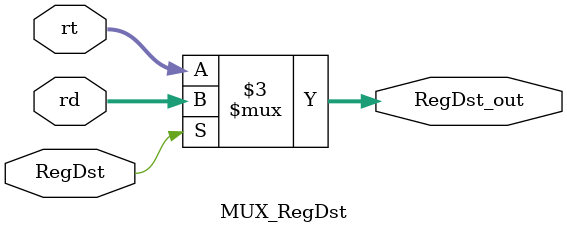
<source format=sv>
module MUX_RegDst(
    input logic RegDst,
    input logic[4:0] rt, //Instr(20:16) 
    input logic[4:0] rd, //Instr(15:11)
    output logic[4:0] RegDst_out
);

//chooses register to write (A3)
//if regDst = 0 (lw instruction) chooses rt
//else chooses rd (r type instructions)
always @(*) begin
    if(RegDst) begin
        RegDst_out = rd;
    end
    else begin
        RegDst_out = rt;
    end
end


endmodule
</source>
